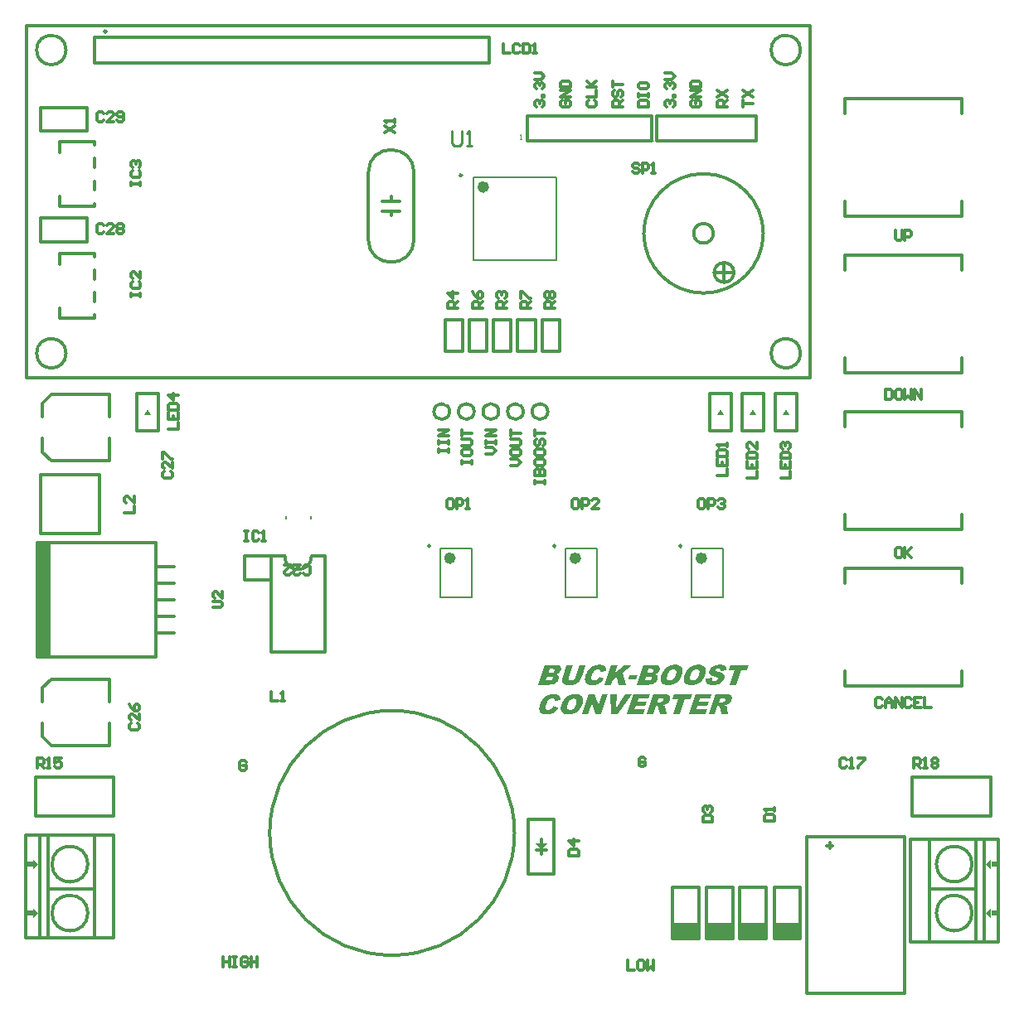
<source format=gto>
G04 Layer_Color=65535*
%FSTAX24Y24*%
%MOIN*%
G70*
G01*
G75*
%ADD27C,0.0098*%
%ADD52C,0.0236*%
%ADD53C,0.0118*%
%ADD54C,0.0079*%
%ADD55C,0.0100*%
%ADD56C,0.0039*%
%ADD57R,0.1063X0.0630*%
%ADD58R,0.0295X0.0197*%
%ADD59R,0.0518X0.4600*%
G36*
X048916Y018583D02*
X048502D01*
X048459Y018456D01*
X048842D01*
X048787Y018293D01*
X048403D01*
X048351Y018135D01*
X048776D01*
X048715Y017955D01*
X048042D01*
X048313Y018754D01*
X048975D01*
X048916Y018583D01*
D02*
G37*
G36*
X049573Y018752D02*
X049597Y018751D01*
X049625Y018749D01*
X049653Y018745D01*
X049679Y018741D01*
X049702Y018733D01*
X049705Y018732D01*
X049711Y018729D01*
X04972Y018725D01*
X049731Y018717D01*
X049743Y018707D01*
X049756Y018694D01*
X049766Y018679D01*
X049775Y01866D01*
X049777Y018657D01*
X049778Y018652D01*
X04978Y01864D01*
X049781Y018624D01*
X049783Y018605D01*
X04978Y018583D01*
X049775Y018558D01*
X049768Y018531D01*
X049766Y018528D01*
X049764Y018519D01*
X049758Y018507D01*
X04975Y018491D01*
X049742Y018474D01*
X049729Y018455D01*
X049715Y018434D01*
X049699Y018415D01*
X049698Y018414D01*
X049692Y018408D01*
X049682Y018399D01*
X04967Y018388D01*
X049656Y018376D01*
X049637Y018363D01*
X049618Y01835D01*
X049596Y018338D01*
X049594Y018337D01*
X049589Y018335D01*
X049581Y018331D01*
X04957Y018326D01*
X049555Y018322D01*
X049539Y018316D01*
X04952Y018312D01*
X049498Y018306D01*
X0495D01*
X049504Y018303D01*
X049511Y0183D01*
X04952Y018297D01*
X049538Y018287D01*
X049546Y018283D01*
X049552Y018277D01*
X049554Y018275D01*
X049557Y018273D01*
X049559Y018268D01*
X049562Y018262D01*
X049567Y018255D01*
X049571Y018246D01*
X049577Y018235D01*
X049578Y018233D01*
X04958Y018229D01*
X049583Y018223D01*
X049586Y018217D01*
X049592Y0182D01*
X049596Y018185D01*
X049638Y017955D01*
X049358D01*
X049309Y018198D01*
Y0182D01*
X049307Y018205D01*
X049304Y018214D01*
X049301Y018223D01*
X049294Y018243D01*
X04929Y018252D01*
X049284Y018259D01*
X049282Y018261D01*
X049279Y018262D01*
X049275Y018265D01*
X049269Y01827D01*
X049262Y018273D01*
X049253Y018275D01*
X049242Y018277D01*
X04923Y018278D01*
X049208D01*
X049099Y017955D01*
X048851D01*
X049122Y018754D01*
X049561D01*
X049573Y018752D01*
D02*
G37*
G36*
X050404Y019734D02*
X050152D01*
X049948Y019132D01*
X049701D01*
X049905Y019734D01*
X049653D01*
X04972Y019931D01*
X050471D01*
X050404Y019734D01*
D02*
G37*
G36*
X048134Y018557D02*
X047881D01*
X047677Y017955D01*
X047431D01*
X047635Y018557D01*
X047383D01*
X04745Y018754D01*
X048201D01*
X048134Y018557D01*
D02*
G37*
G36*
X045932Y019337D02*
X04561D01*
X04567Y019509D01*
X045992D01*
X045932Y019337D01*
D02*
G37*
G36*
X043745Y019454D02*
Y019453D01*
X043744Y019451D01*
X043741Y019442D01*
X043735Y019429D01*
X043728Y019412D01*
X043718Y01939D01*
X043706Y019368D01*
X043693Y019345D01*
X043677Y01932D01*
X043675Y019317D01*
X043669Y01931D01*
X043661Y019298D01*
X043648Y019283D01*
X043632Y019266D01*
X043614Y019247D01*
X043594Y019228D01*
X04357Y019211D01*
X043567Y019209D01*
X04356Y019203D01*
X043547Y019195D01*
X043532Y019184D01*
X043513Y019174D01*
X043493Y019164D01*
X043471Y019154D01*
X043449Y019145D01*
X043448D01*
X043445Y019144D01*
X04344Y019142D01*
X043435Y019141D01*
X043427Y019139D01*
X043419Y019136D01*
X043395Y019132D01*
X043369Y019127D01*
X043338Y019123D01*
X043303Y01912D01*
X043267Y019119D01*
X043245D01*
X043229Y01912D01*
X04321D01*
X04319Y019123D01*
X043166Y019125D01*
X043142Y019127D01*
X043139D01*
X043131Y019129D01*
X043118Y01913D01*
X043104Y019135D01*
X043088Y019138D01*
X04307Y019144D01*
X043054Y019151D01*
X043038Y019158D01*
X043037Y01916D01*
X043032Y019162D01*
X043025Y019168D01*
X043016Y019176D01*
X043006Y019186D01*
X042996Y019197D01*
X042986Y019211D01*
X042977Y019227D01*
X042975Y019228D01*
X042974Y019234D01*
X04297Y019244D01*
X042965Y019256D01*
X042961Y019269D01*
X042958Y019285D01*
X042955Y019302D01*
Y01932D01*
Y019321D01*
Y019323D01*
Y019327D01*
X042956Y019333D01*
Y019348D01*
X042959Y019365D01*
X042962Y019386D01*
X042967Y019409D01*
X042971Y019432D01*
X042978Y019454D01*
X04314Y019931D01*
X043387D01*
X04322Y019444D01*
X043219Y019441D01*
X043217Y019434D01*
X043215Y019421D01*
X043213Y019406D01*
X043212Y01939D01*
Y019374D01*
X043215Y019356D01*
X043222Y019342D01*
X043223Y01934D01*
X043226Y019336D01*
X043233Y01933D01*
X043242Y019324D01*
X043254Y019317D01*
X04327Y019311D01*
X043289Y019307D01*
X043311Y019305D01*
X043321D01*
X043334Y019307D01*
X043349Y01931D01*
X043366Y019314D01*
X043385Y01932D01*
X043404Y019329D01*
X043423Y01934D01*
X043426Y019342D01*
X043432Y019348D01*
X04344Y019355D01*
X043451Y019367D01*
X043462Y019381D01*
X043474Y0194D01*
X043486Y019421D01*
X043494Y019444D01*
X043661Y019931D01*
X043907D01*
X043745Y019454D01*
D02*
G37*
G36*
X047091Y018752D02*
X047116Y018751D01*
X047144Y018749D01*
X047171Y018745D01*
X047197Y018741D01*
X047221Y018733D01*
X047224Y018732D01*
X04723Y018729D01*
X047238Y018725D01*
X04725Y018717D01*
X047262Y018707D01*
X047275Y018694D01*
X047285Y018679D01*
X047294Y01866D01*
X047295Y018657D01*
X047297Y018652D01*
X047298Y01864D01*
X0473Y018624D01*
X047301Y018605D01*
X047298Y018583D01*
X047294Y018558D01*
X047286Y018531D01*
X047285Y018528D01*
X047282Y018519D01*
X047276Y018507D01*
X047269Y018491D01*
X04726Y018474D01*
X047247Y018455D01*
X047234Y018434D01*
X047218Y018415D01*
X047216Y018414D01*
X047211Y018408D01*
X0472Y018399D01*
X047189Y018388D01*
X047174Y018376D01*
X047155Y018363D01*
X047136Y01835D01*
X047114Y018338D01*
X047113Y018337D01*
X047107Y018335D01*
X0471Y018331D01*
X047088Y018326D01*
X047074Y018322D01*
X047058Y018316D01*
X047039Y018312D01*
X047017Y018306D01*
X047018D01*
X047023Y018303D01*
X04703Y0183D01*
X047039Y018297D01*
X047056Y018287D01*
X047065Y018283D01*
X047071Y018277D01*
X047072Y018275D01*
X047075Y018273D01*
X047078Y018268D01*
X047081Y018262D01*
X047085Y018255D01*
X04709Y018246D01*
X047095Y018235D01*
X047097Y018233D01*
X047098Y018229D01*
X047101Y018223D01*
X047104Y018217D01*
X04711Y0182D01*
X047114Y018185D01*
X047157Y017955D01*
X046877D01*
X046827Y018198D01*
Y0182D01*
X046826Y018205D01*
X046823Y018214D01*
X04682Y018223D01*
X046813Y018243D01*
X046808Y018252D01*
X046802Y018259D01*
X046801Y018261D01*
X046798Y018262D01*
X046794Y018265D01*
X046788Y01827D01*
X04678Y018273D01*
X046772Y018275D01*
X04676Y018277D01*
X046748Y018278D01*
X046727D01*
X046617Y017955D01*
X046369D01*
X046641Y018754D01*
X047079D01*
X047091Y018752D01*
D02*
G37*
G36*
X042637Y018765D02*
X04265D01*
X042663Y018764D01*
X042679Y018762D01*
X042697Y01876D01*
X042732Y018752D01*
X042768Y018741D01*
X042802Y018726D01*
X042816Y018716D01*
X042829Y018706D01*
X042831D01*
X042832Y018703D01*
X042835Y0187D01*
X04284Y018694D01*
X042844Y018688D01*
X04285Y018679D01*
X042856Y018671D01*
X042863Y018659D01*
X042869Y018647D01*
X042875Y018633D01*
X04288Y018618D01*
X042885Y018601D01*
X042889Y018582D01*
X042892Y018563D01*
X042895Y018541D01*
Y018517D01*
X042659Y018469D01*
Y018471D01*
Y018475D01*
Y018482D01*
Y01849D01*
X042657Y018507D01*
X042656Y018515D01*
X042653Y018522D01*
Y018523D01*
X042651Y018526D01*
X042649Y018532D01*
X042644Y018538D01*
X042634Y018552D01*
X042618Y018566D01*
X042616Y018567D01*
X042614Y018569D01*
X042608Y018571D01*
X0426Y018574D01*
X042592Y018577D01*
X042581Y018579D01*
X042568Y018582D01*
X042546D01*
X042541Y01858D01*
X042526Y018579D01*
X042506Y018573D01*
X042482Y018566D01*
X042456Y018552D01*
X04243Y018536D01*
X042417Y018525D01*
X042404Y018513D01*
X042401Y01851D01*
X042395Y018504D01*
X042386Y018491D01*
X042373Y018475D01*
X04236Y018453D01*
X042345Y018427D01*
X042331Y018395D01*
X042316Y018357D01*
Y018356D01*
X042315Y018351D01*
X042312Y018344D01*
X04231Y018335D01*
X042307Y018325D01*
X042303Y018312D01*
X042297Y018284D01*
X042291Y018255D01*
X042288Y018224D01*
X04229Y018197D01*
X042293Y018185D01*
X042296Y018175D01*
X042297Y018173D01*
X0423Y018168D01*
X042307Y01816D01*
X042316Y018152D01*
X042329Y018141D01*
X042347Y018134D01*
X042369Y018128D01*
X042393Y018127D01*
X042405D01*
X042418Y018128D01*
X042434Y018131D01*
X042453Y018137D01*
X042474Y018143D01*
X042494Y018153D01*
X042513Y018166D01*
X042516Y018168D01*
X042522Y018173D01*
X042532Y018182D01*
X042544Y018195D01*
X042558Y018211D01*
X042574Y018232D01*
X04259Y018255D01*
X042606Y018283D01*
X0428Y018216D01*
Y018214D01*
X042797Y018211D01*
X042794Y018207D01*
X042791Y018201D01*
X04278Y018184D01*
X042765Y018163D01*
X042748Y018138D01*
X042726Y018114D01*
X042704Y018089D01*
X042679Y018064D01*
X042676Y018061D01*
X042667Y018054D01*
X042654Y018044D01*
X042635Y018029D01*
X042614Y018014D01*
X042589Y018D01*
X042561Y017985D01*
X042532Y017972D01*
X04253D01*
X042529Y017971D01*
X042523Y017969D01*
X042517Y017968D01*
X04251Y017965D01*
X042501Y017962D01*
X042478Y017958D01*
X04245Y017952D01*
X042418Y017946D01*
X042383Y017943D01*
X042344Y017942D01*
X042322D01*
X042312Y017943D01*
X042299D01*
X042269Y017946D01*
X042237Y01795D01*
X042204Y017958D01*
X042172Y017966D01*
X042143Y017978D01*
X042141D01*
X04214Y017979D01*
X042131Y017985D01*
X042119Y017996D01*
X042105Y018009D01*
X042089Y018028D01*
X042073Y018049D01*
X042057Y018077D01*
X042045Y018111D01*
Y018112D01*
X042043Y018115D01*
Y018121D01*
X042042Y018128D01*
X042041Y018137D01*
X042039Y018149D01*
X042038Y018162D01*
Y018178D01*
Y018194D01*
X042039Y018213D01*
X042041Y018233D01*
X042043Y018255D01*
X042048Y018278D01*
X042052Y018303D01*
X042059Y018328D01*
X042068Y018356D01*
X04207Y018359D01*
X042071Y018364D01*
X042076Y018375D01*
X042081Y018388D01*
X042089Y018405D01*
X042097Y018424D01*
X042108Y018445D01*
X042119Y018468D01*
X042134Y018493D01*
X042148Y018517D01*
X042166Y018542D01*
X042185Y018569D01*
X042205Y018593D01*
X042227Y018617D01*
X04225Y01864D01*
X042277Y01866D01*
X042278Y018662D01*
X042284Y018665D01*
X042291Y018671D01*
X042302Y018676D01*
X042316Y018685D01*
X042332Y018694D01*
X042351Y018704D01*
X042373Y018714D01*
X042396Y018723D01*
X042421Y018733D01*
X042449Y018742D01*
X042478Y018751D01*
X04251Y018757D01*
X042542Y018762D01*
X042577Y018765D01*
X042612Y018767D01*
X042627D01*
X042637Y018765D01*
D02*
G37*
G36*
X045181Y017955D02*
X044914D01*
X044884Y018754D01*
X045142D01*
X045126Y018178D01*
X045499Y018754D01*
X04575D01*
X045181Y017955D01*
D02*
G37*
G36*
X044528D02*
X044295D01*
X044143Y018395D01*
X043994Y017955D01*
X043762D01*
X044034Y018754D01*
X044264D01*
X044416Y01831D01*
X044566Y018754D01*
X044799D01*
X044528Y017955D01*
D02*
G37*
G36*
X047529Y019943D02*
X047545Y019941D01*
X047564Y019938D01*
X047584Y019935D01*
X047606Y019931D01*
X047628Y019925D01*
X047651Y019918D01*
X047673Y019909D01*
X047695Y019899D01*
X047717Y019886D01*
X047736Y019871D01*
X047753Y019855D01*
X047768Y019836D01*
X047769Y019835D01*
X047771Y019832D01*
X047774Y019824D01*
X047778Y019817D01*
X047782Y019805D01*
X047787Y019792D01*
X047791Y019776D01*
X047796Y019759D01*
X047798Y019738D01*
X047801Y019717D01*
Y019692D01*
X0478Y019665D01*
X047797Y019636D01*
X047793Y019606D01*
X047784Y019572D01*
X047774Y019537D01*
Y019536D01*
X047772Y019531D01*
X047769Y019524D01*
X047765Y019514D01*
X047761Y019502D01*
X047755Y019488D01*
X047747Y019473D01*
X04774Y019456D01*
X047723Y019419D01*
X047701Y019381D01*
X047676Y019343D01*
X047648Y019307D01*
X047647Y019305D01*
X047645Y019302D01*
X047641Y019298D01*
X047635Y019292D01*
X047628Y019285D01*
X047618Y019276D01*
X047596Y019256D01*
X04757Y019234D01*
X047539Y019211D01*
X047502Y019189D01*
X047465Y019168D01*
X047463D01*
X04746Y019167D01*
X047454Y019164D01*
X047446Y019161D01*
X047435Y019157D01*
X047424Y019152D01*
X047411Y019148D01*
X047395Y019144D01*
X047379Y019139D01*
X04736Y019135D01*
X047319Y019126D01*
X047274Y01912D01*
X047225Y019119D01*
X047204D01*
X047192Y01912D01*
X047179Y019122D01*
X04715Y019125D01*
X047116Y019129D01*
X047081Y019136D01*
X047048Y019146D01*
X047017Y019161D01*
X047016D01*
X047014Y019162D01*
X047005Y01917D01*
X046992Y01918D01*
X046978Y019195D01*
X04696Y019212D01*
X046944Y019237D01*
X046931Y019265D01*
X046919Y019297D01*
Y019298D01*
X046918Y019301D01*
Y019307D01*
X046916Y019314D01*
X046915Y019323D01*
Y019333D01*
X046913Y019346D01*
Y019361D01*
Y019377D01*
X046915Y019394D01*
X046916Y019413D01*
X046919Y019435D01*
X046928Y01948D01*
X046935Y019504D01*
X046943Y01953D01*
X046944Y019533D01*
X046946Y019539D01*
X04695Y019549D01*
X046956Y019562D01*
X046963Y019578D01*
X046972Y019597D01*
X046982Y019619D01*
X046995Y019641D01*
X047008Y019665D01*
X047024Y01969D01*
X047042Y019715D01*
X047061Y019741D01*
X047081Y019766D01*
X047104Y019791D01*
X047129Y019813D01*
X047155Y019835D01*
X047157Y019836D01*
X047163Y019839D01*
X04717Y019845D01*
X047182Y019852D01*
X047195Y019859D01*
X047212Y01987D01*
X047231Y01988D01*
X047253Y01989D01*
X047277Y0199D01*
X047303Y019909D01*
X04733Y019919D01*
X047361Y019926D01*
X047393Y019934D01*
X047427Y01994D01*
X04746Y019943D01*
X047497Y019944D01*
X047516D01*
X047529Y019943D01*
D02*
G37*
G36*
X046722Y019929D02*
X046731D01*
X046743Y019928D01*
X046768Y019924D01*
X046794Y019916D01*
X04682Y019906D01*
X046843Y019891D01*
X046854Y019883D01*
X046862Y019873D01*
X046864Y01987D01*
X046868Y019862D01*
X046874Y019851D01*
X04688Y019833D01*
X046884Y019813D01*
X046886Y019789D01*
X046883Y019762D01*
X04688Y019747D01*
X046876Y019731D01*
Y01973D01*
X046874Y019728D01*
X046871Y019719D01*
X046865Y019706D01*
X046857Y01969D01*
X046845Y019671D01*
X04683Y019651D01*
X046813Y019631D01*
X046791Y01961D01*
X04679Y019609D01*
X046784Y019604D01*
X046775Y019598D01*
X046763Y019591D01*
X046747Y019582D01*
X04673Y019574D01*
X046709Y019565D01*
X046686Y019556D01*
X046687D01*
X046689Y019555D01*
X046699Y019552D01*
X046712Y019547D01*
X046728Y01954D01*
X046746Y01953D01*
X046762Y019517D01*
X046776Y019502D01*
X046788Y019485D01*
X04679Y019482D01*
X046791Y019476D01*
X046794Y019464D01*
X046797Y01945D01*
X046798Y019432D01*
X046797Y01941D01*
X046792Y019386D01*
X046785Y019358D01*
X046784Y019355D01*
X046781Y019348D01*
X046776Y019336D01*
X046769Y019321D01*
X04676Y019304D01*
X046749Y019285D01*
X046734Y019266D01*
X046718Y019247D01*
X046717Y019246D01*
X046711Y019238D01*
X046701Y01923D01*
X046687Y019219D01*
X046673Y019206D01*
X046655Y019193D01*
X046635Y01918D01*
X046613Y019168D01*
X046612D01*
X046606Y019165D01*
X046599Y019162D01*
X046587Y019158D01*
X046572Y019154D01*
X046555Y019149D01*
X046534Y019146D01*
X046511Y019142D01*
X046507D01*
X046502Y019141D01*
X046496D01*
X046482Y019139D01*
X046464Y019138D01*
X046444Y019135D01*
X046425Y019133D01*
X046409Y019132D01*
X04597D01*
X046241Y019931D01*
X046715D01*
X046722Y019929D01*
D02*
G37*
G36*
X042752D02*
X042761D01*
X042773Y019928D01*
X042798Y019924D01*
X042824Y019916D01*
X04285Y019906D01*
X042873Y019891D01*
X042884Y019883D01*
X042892Y019873D01*
X042894Y01987D01*
X042898Y019862D01*
X042904Y019851D01*
X04291Y019833D01*
X042914Y019813D01*
X042916Y019789D01*
X042913Y019762D01*
X04291Y019747D01*
X042905Y019731D01*
Y01973D01*
X042904Y019728D01*
X042901Y019719D01*
X042895Y019706D01*
X042886Y01969D01*
X042875Y019671D01*
X04286Y019651D01*
X042843Y019631D01*
X042821Y01961D01*
X042819Y019609D01*
X042814Y019604D01*
X042805Y019598D01*
X042793Y019591D01*
X042777Y019582D01*
X04276Y019574D01*
X042739Y019565D01*
X042716Y019556D01*
X042717D01*
X042719Y019555D01*
X042729Y019552D01*
X042742Y019547D01*
X042758Y01954D01*
X042776Y01953D01*
X042792Y019517D01*
X042806Y019502D01*
X042818Y019485D01*
X042819Y019482D01*
X042821Y019476D01*
X042824Y019464D01*
X042827Y01945D01*
X042828Y019432D01*
X042827Y01941D01*
X042822Y019386D01*
X042815Y019358D01*
X042814Y019355D01*
X042811Y019348D01*
X042806Y019336D01*
X042799Y019321D01*
X04279Y019304D01*
X042779Y019285D01*
X042764Y019266D01*
X042748Y019247D01*
X042747Y019246D01*
X042741Y019238D01*
X04273Y01923D01*
X042717Y019219D01*
X042703Y019206D01*
X042685Y019193D01*
X042665Y01918D01*
X042643Y019168D01*
X042642D01*
X042636Y019165D01*
X042628Y019162D01*
X042617Y019158D01*
X042602Y019154D01*
X042585Y019149D01*
X042564Y019146D01*
X042541Y019142D01*
X042537D01*
X042532Y019141D01*
X042526D01*
X042512Y019139D01*
X042494Y019138D01*
X042474Y019135D01*
X042455Y019133D01*
X042439Y019132D01*
X042D01*
X042271Y019931D01*
X042745D01*
X042752Y019929D01*
D02*
G37*
G36*
X048459Y019943D02*
X048475Y019941D01*
X048494Y019938D01*
X048514Y019935D01*
X048536Y019931D01*
X048558Y019925D01*
X048581Y019918D01*
X048603Y019909D01*
X048625Y019899D01*
X048647Y019886D01*
X048666Y019871D01*
X048683Y019855D01*
X048698Y019836D01*
X0487Y019835D01*
X048701Y019832D01*
X048704Y019824D01*
X048708Y019817D01*
X048713Y019805D01*
X048717Y019792D01*
X048721Y019776D01*
X048726Y019759D01*
X048729Y019738D01*
X048732Y019717D01*
Y019692D01*
X04873Y019665D01*
X048727Y019636D01*
X048723Y019606D01*
X048714Y019572D01*
X048704Y019537D01*
Y019536D01*
X048702Y019531D01*
X0487Y019524D01*
X048695Y019514D01*
X048691Y019502D01*
X048685Y019488D01*
X048678Y019473D01*
X04867Y019456D01*
X048653Y019419D01*
X048631Y019381D01*
X048606Y019343D01*
X048579Y019307D01*
X048577Y019305D01*
X048576Y019302D01*
X048571Y019298D01*
X048565Y019292D01*
X048558Y019285D01*
X048548Y019276D01*
X048526Y019256D01*
X0485Y019234D01*
X048469Y019211D01*
X048433Y019189D01*
X048395Y019168D01*
X048393D01*
X04839Y019167D01*
X048385Y019164D01*
X048376Y019161D01*
X048366Y019157D01*
X048354Y019152D01*
X048341Y019148D01*
X048325Y019144D01*
X048309Y019139D01*
X04829Y019135D01*
X048249Y019126D01*
X048204Y01912D01*
X048156Y019119D01*
X048134D01*
X048122Y01912D01*
X048109Y019122D01*
X04808Y019125D01*
X048046Y019129D01*
X048011Y019136D01*
X047978Y019146D01*
X047947Y019161D01*
X047946D01*
X047944Y019162D01*
X047936Y01917D01*
X047922Y01918D01*
X047908Y019195D01*
X04789Y019212D01*
X047874Y019237D01*
X047861Y019265D01*
X047849Y019297D01*
Y019298D01*
X047848Y019301D01*
Y019307D01*
X047847Y019314D01*
X047845Y019323D01*
Y019333D01*
X047844Y019346D01*
Y019361D01*
Y019377D01*
X047845Y019394D01*
X047847Y019413D01*
X047849Y019435D01*
X047858Y01948D01*
X047866Y019504D01*
X047873Y01953D01*
X047874Y019533D01*
X047876Y019539D01*
X04788Y019549D01*
X047886Y019562D01*
X047893Y019578D01*
X047902Y019597D01*
X047912Y019619D01*
X047925Y019641D01*
X047938Y019665D01*
X047954Y01969D01*
X047972Y019715D01*
X047991Y019741D01*
X048011Y019766D01*
X048035Y019791D01*
X048059Y019813D01*
X048086Y019835D01*
X048087Y019836D01*
X048093Y019839D01*
X0481Y019845D01*
X048112Y019852D01*
X048125Y019859D01*
X048143Y01987D01*
X048162Y01988D01*
X048183Y01989D01*
X048207Y0199D01*
X048233Y019909D01*
X048261Y019919D01*
X048291Y019926D01*
X048323Y019934D01*
X048357Y01994D01*
X04839Y019943D01*
X048427Y019944D01*
X048446D01*
X048459Y019943D01*
D02*
G37*
G36*
X042114Y012488D02*
X041878Y012764D01*
X04235D01*
X042114Y012488D01*
D02*
G37*
G36*
X060197Y01172D02*
X06Y011917D01*
X060197Y012114D01*
Y01172D01*
D02*
G37*
G36*
X02189Y011917D02*
X021693Y01172D01*
Y012114D01*
X02189Y011917D01*
D02*
G37*
G36*
X026412Y029998D02*
X026147D01*
X02628Y030215D01*
X026412Y029998D01*
D02*
G37*
G36*
X052082D02*
X051816D01*
X051949Y030215D01*
X052082Y029998D01*
D02*
G37*
G36*
X050763D02*
X050497D01*
X05063Y030215D01*
X050763Y029998D01*
D02*
G37*
G36*
X049444D02*
X049178D01*
X049311Y030215D01*
X049444Y029998D01*
D02*
G37*
G36*
X04538Y019629D02*
X045517Y019132D01*
X045212D01*
X045155Y019458D01*
X044982Y019326D01*
X044916Y019132D01*
X04467D01*
X044941Y019931D01*
X045187D01*
X045084Y019628D01*
X045445Y019931D01*
X045775D01*
X04538Y019629D01*
D02*
G37*
G36*
X04352Y018765D02*
X043536Y018764D01*
X043555Y018761D01*
X043576Y018758D01*
X043598Y018754D01*
X04362Y018748D01*
X043643Y018741D01*
X043665Y018732D01*
X043687Y018722D01*
X043708Y018708D01*
X043727Y018694D01*
X043745Y018678D01*
X04376Y018659D01*
X043761Y018657D01*
X043762Y018655D01*
X043765Y018647D01*
X04377Y01864D01*
X043774Y018628D01*
X043778Y018615D01*
X043783Y018599D01*
X043787Y018582D01*
X04379Y018561D01*
X043793Y018539D01*
Y018515D01*
X043792Y018488D01*
X043789Y018459D01*
X043784Y018429D01*
X043776Y018395D01*
X043765Y01836D01*
Y018359D01*
X043764Y018354D01*
X043761Y018347D01*
X043757Y018337D01*
X043752Y018325D01*
X043746Y01831D01*
X043739Y018296D01*
X043732Y018278D01*
X043714Y018242D01*
X043692Y018204D01*
X043668Y018166D01*
X04364Y01813D01*
X043639Y018128D01*
X043637Y018125D01*
X043633Y018121D01*
X043627Y018115D01*
X04362Y018108D01*
X043609Y018099D01*
X043587Y018079D01*
X043561Y018057D01*
X043531Y018033D01*
X043494Y018012D01*
X043456Y017991D01*
X043455D01*
X043452Y01799D01*
X043446Y017987D01*
X043437Y017984D01*
X043427Y017979D01*
X043415Y017975D01*
X043402Y017971D01*
X043386Y017966D01*
X04337Y017962D01*
X043351Y017958D01*
X04331Y017949D01*
X043265Y017943D01*
X043217Y017942D01*
X043195D01*
X043184Y017943D01*
X04317Y017944D01*
X043141Y017947D01*
X043108Y017952D01*
X043073Y017959D01*
X043039Y017969D01*
X043009Y017984D01*
X043007D01*
X043006Y017985D01*
X042997Y017993D01*
X042984Y018003D01*
X042969Y018017D01*
X042952Y018035D01*
X042936Y01806D01*
X042923Y018087D01*
X042911Y018119D01*
Y018121D01*
X042909Y018124D01*
Y01813D01*
X042908Y018137D01*
X042907Y018146D01*
Y018156D01*
X042905Y018169D01*
Y018184D01*
Y0182D01*
X042907Y018217D01*
X042908Y018236D01*
X042911Y018258D01*
X04292Y018303D01*
X042927Y018326D01*
X042934Y018353D01*
X042936Y018356D01*
X042937Y018361D01*
X042942Y018372D01*
X042947Y018385D01*
X042955Y018401D01*
X042963Y01842D01*
X042974Y018442D01*
X042987Y018464D01*
X043Y018488D01*
X043016Y018513D01*
X043033Y018538D01*
X043052Y018564D01*
X043073Y018589D01*
X043096Y018614D01*
X043121Y018636D01*
X043147Y018657D01*
X043149Y018659D01*
X043154Y018662D01*
X043162Y018668D01*
X043173Y018675D01*
X043187Y018682D01*
X043204Y018692D01*
X043223Y018703D01*
X043245Y018713D01*
X043268Y018723D01*
X043294Y018732D01*
X043322Y018742D01*
X043353Y018749D01*
X043385Y018757D01*
X043418Y018762D01*
X043452Y018765D01*
X043488Y018767D01*
X043507D01*
X04352Y018765D01*
D02*
G37*
G36*
X046435Y018583D02*
X046021D01*
X045977Y018456D01*
X046361D01*
X046305Y018293D01*
X045922D01*
X045869Y018135D01*
X046295D01*
X046234Y017955D01*
X04556D01*
X045831Y018754D01*
X046493D01*
X046435Y018583D01*
D02*
G37*
G36*
X044474Y019943D02*
X044487D01*
X0445Y019941D01*
X044517Y01994D01*
X044534Y019937D01*
X044569Y019929D01*
X044605Y019918D01*
X044639Y019903D01*
X044654Y019893D01*
X044667Y019883D01*
X044668D01*
X04467Y01988D01*
X044673Y019877D01*
X044677Y019871D01*
X044681Y019865D01*
X044687Y019856D01*
X044693Y019848D01*
X0447Y019836D01*
X044706Y019824D01*
X044712Y01981D01*
X044718Y019795D01*
X044722Y019778D01*
X044726Y019759D01*
X044729Y01974D01*
X044732Y019718D01*
Y019695D01*
X044496Y019647D01*
Y019648D01*
Y019652D01*
Y01966D01*
Y019667D01*
X044495Y019684D01*
X044493Y019692D01*
X04449Y019699D01*
Y0197D01*
X044489Y019703D01*
X044486Y019709D01*
X044482Y019715D01*
X044471Y01973D01*
X044455Y019743D01*
X044454Y019744D01*
X044451Y019746D01*
X044445Y019749D01*
X044438Y019752D01*
X044429Y019754D01*
X044419Y019756D01*
X044406Y019759D01*
X044384D01*
X044378Y019757D01*
X044363Y019756D01*
X044343Y01975D01*
X04432Y019743D01*
X044293Y01973D01*
X044267Y019714D01*
X044254Y019702D01*
X044241Y01969D01*
X044238Y019687D01*
X044232Y019682D01*
X044223Y019668D01*
X04421Y019652D01*
X044197Y019631D01*
X044183Y019604D01*
X044168Y019572D01*
X044153Y019534D01*
Y019533D01*
X044152Y019528D01*
X044149Y019521D01*
X044148Y019512D01*
X044145Y019502D01*
X04414Y019489D01*
X044135Y019461D01*
X044129Y019432D01*
X044126Y019402D01*
X044127Y019374D01*
X04413Y019362D01*
X044133Y019352D01*
X044135Y019351D01*
X044137Y019345D01*
X044145Y019337D01*
X044153Y019329D01*
X044167Y019318D01*
X044184Y019311D01*
X044206Y019305D01*
X044231Y019304D01*
X044242D01*
X044256Y019305D01*
X044272Y019308D01*
X044291Y019314D01*
X044311Y01932D01*
X044331Y01933D01*
X04435Y019343D01*
X044353Y019345D01*
X044359Y019351D01*
X044369Y019359D01*
X044381Y019372D01*
X044395Y019388D01*
X044412Y019409D01*
X044428Y019432D01*
X044444Y01946D01*
X044638Y019393D01*
Y019391D01*
X044635Y019388D01*
X044632Y019384D01*
X044629Y019378D01*
X044617Y019361D01*
X044603Y01934D01*
X044585Y019316D01*
X044563Y019291D01*
X044541Y019266D01*
X044517Y019241D01*
X044514Y019238D01*
X044505Y019231D01*
X044492Y019221D01*
X044473Y019206D01*
X044451Y019192D01*
X044426Y019177D01*
X044398Y019162D01*
X044369Y019149D01*
X044368D01*
X044366Y019148D01*
X04436Y019146D01*
X044355Y019145D01*
X044347Y019142D01*
X044339Y019139D01*
X044315Y019135D01*
X044288Y019129D01*
X044256Y019123D01*
X044221Y01912D01*
X044181Y019119D01*
X044159D01*
X044149Y01912D01*
X044136D01*
X044107Y019123D01*
X044075Y019127D01*
X044041Y019135D01*
X044009Y019144D01*
X04398Y019155D01*
X043979D01*
X043977Y019157D01*
X043968Y019162D01*
X043957Y019173D01*
X043942Y019186D01*
X043926Y019205D01*
X04391Y019227D01*
X043894Y019254D01*
X043882Y019288D01*
Y019289D01*
X043881Y019292D01*
Y019298D01*
X043879Y019305D01*
X043878Y019314D01*
X043876Y019326D01*
X043875Y019339D01*
Y019355D01*
Y019371D01*
X043876Y01939D01*
X043878Y01941D01*
X043881Y019432D01*
X043885Y019456D01*
X04389Y01948D01*
X043897Y019505D01*
X043906Y019533D01*
X043907Y019536D01*
X043909Y019542D01*
X043913Y019552D01*
X043919Y019565D01*
X043926Y019582D01*
X043935Y019601D01*
X043945Y019622D01*
X043957Y019645D01*
X043971Y01967D01*
X043986Y019695D01*
X044003Y019719D01*
X044022Y019746D01*
X044043Y01977D01*
X044065Y019794D01*
X044088Y019817D01*
X044114Y019838D01*
X044116Y019839D01*
X044121Y019842D01*
X044129Y019848D01*
X044139Y019854D01*
X044153Y019862D01*
X04417Y019871D01*
X044188Y019881D01*
X04421Y019891D01*
X044234Y0199D01*
X044258Y01991D01*
X044286Y019919D01*
X044315Y019928D01*
X044347Y019934D01*
X044379Y01994D01*
X044414Y019943D01*
X044449Y019944D01*
X044464D01*
X044474Y019943D01*
D02*
G37*
G36*
X02189Y009949D02*
X021693Y009752D01*
Y010146D01*
X02189Y009949D01*
D02*
G37*
G36*
X060197Y009752D02*
X06Y009949D01*
X060197Y010146D01*
Y009752D01*
D02*
G37*
G36*
X049326Y019943D02*
X04934D01*
X049353Y019941D01*
X049386Y019937D01*
X049421Y019929D01*
X049456Y019919D01*
X04949Y019905D01*
X049503Y019896D01*
X049516Y019886D01*
X049519Y019883D01*
X049525Y019875D01*
X049533Y019861D01*
X049544Y019842D01*
X049548Y01983D01*
X049551Y019817D01*
X049554Y019801D01*
X049555Y019785D01*
X049557Y019768D01*
X049555Y019749D01*
X049554Y019727D01*
X04955Y019705D01*
X049312Y019692D01*
Y019695D01*
X049313Y0197D01*
Y019711D01*
Y019722D01*
X049312Y019734D01*
X04931Y019747D01*
X049306Y01976D01*
X049299Y01977D01*
X049297Y019772D01*
X049294Y019775D01*
X04929Y019778D01*
X049283Y019784D01*
X049272Y019788D01*
X049259Y019791D01*
X049245Y019794D01*
X049226Y019795D01*
X049219D01*
X049211Y019794D01*
X049201Y019792D01*
X049179Y019788D01*
X049168Y019782D01*
X049156Y019776D01*
X049154Y019775D01*
X049151Y019773D01*
X049147Y019769D01*
X049141Y019765D01*
X049128Y01975D01*
X049124Y019741D01*
X049119Y019733D01*
Y019731D01*
X049118Y01973D01*
Y019721D01*
X049119Y019709D01*
X049121Y019703D01*
X049125Y019698D01*
X049128Y019695D01*
X049133Y019692D01*
X049138Y019687D01*
X049149Y019683D01*
X049162Y019679D01*
X049178Y019673D01*
X049198Y019668D01*
X0492D01*
X049205Y019667D01*
X049213Y019665D01*
X049223Y019663D01*
X049235Y01966D01*
X049249Y019655D01*
X04928Y019647D01*
X049315Y019636D01*
X049348Y019623D01*
X049364Y019617D01*
X04938Y01961D01*
X049394Y019604D01*
X049405Y019597D01*
X049408Y019596D01*
X049414Y019591D01*
X049424Y019584D01*
X049436Y019574D01*
X049449Y019561D01*
X049461Y019546D01*
X049469Y019528D01*
X049477Y019509D01*
Y019507D01*
X049478Y019501D01*
X04948Y019489D01*
X049481Y019474D01*
Y019457D01*
X04948Y019438D01*
X049477Y019415D01*
X049469Y019391D01*
Y01939D01*
X049468Y019388D01*
X049466Y019384D01*
X049465Y019378D01*
X049458Y019364D01*
X049449Y019345D01*
X049436Y019323D01*
X04942Y019298D01*
X049401Y019273D01*
X049379Y019248D01*
X049376Y019246D01*
X049367Y019238D01*
X049354Y019227D01*
X049335Y019212D01*
X049313Y019196D01*
X049287Y01918D01*
X049258Y019165D01*
X049226Y019151D01*
X049224D01*
X049221Y019149D01*
X049217Y019148D01*
X04921Y019146D01*
X049203Y019144D01*
X049192Y019141D01*
X049181Y019138D01*
X049168Y019135D01*
X049137Y019129D01*
X049103Y019123D01*
X049064Y01912D01*
X049022Y019119D01*
X049003D01*
X04899Y01912D01*
X048972Y019122D01*
X048955Y019123D01*
X048934Y019125D01*
X048914Y019129D01*
X04887Y019138D01*
X048848Y019144D01*
X048828Y019151D01*
X048809Y01916D01*
X048791Y019171D01*
X048777Y019183D01*
X048765Y019196D01*
Y019197D01*
X048764Y0192D01*
X048761Y019205D01*
X048758Y019211D01*
X048755Y019218D01*
X048751Y019227D01*
X048748Y019238D01*
X048743Y01925D01*
X048737Y019279D01*
X048734Y019314D01*
X048736Y019333D01*
X048737Y019352D01*
X04874Y019374D01*
X048745Y019396D01*
X048985Y019412D01*
Y019409D01*
X048984Y019402D01*
X048982Y019391D01*
X048981Y01938D01*
Y019365D01*
Y019351D01*
X048982Y019336D01*
X048987Y019324D01*
X048988Y019323D01*
X048991Y019317D01*
X048997Y01931D01*
X049007Y019301D01*
X049019Y019291D01*
X049035Y019283D01*
X049055Y019278D01*
X049079Y019276D01*
X049087D01*
X049098Y019278D01*
X049111Y019279D01*
X049124Y019282D01*
X04914Y019286D01*
X049154Y019292D01*
X049169Y0193D01*
X04917Y019301D01*
X049175Y019304D01*
X049182Y01931D01*
X049189Y019316D01*
X049198Y019324D01*
X049205Y019335D01*
X049213Y019346D01*
X049217Y019358D01*
Y019359D01*
X049219Y019364D01*
X04922Y01937D01*
Y019377D01*
Y019386D01*
X049219Y019394D01*
X049216Y019405D01*
X04921Y019413D01*
X049208Y019415D01*
X049205Y019418D01*
X0492Y019422D01*
X049189Y019428D01*
X049175Y019435D01*
X049154Y019444D01*
X049143Y019448D01*
X04913Y019451D01*
X049115Y019456D01*
X049099Y01946D01*
X049098D01*
X049093Y019461D01*
X049084Y019464D01*
X049074Y019466D01*
X049063Y01947D01*
X049049Y019474D01*
X049017Y019485D01*
X048984Y019499D01*
X048952Y019515D01*
X048936Y019524D01*
X048923Y019534D01*
X048909Y019544D01*
X048899Y019556D01*
X048898Y019559D01*
X048892Y019566D01*
X048886Y019579D01*
X048879Y019598D01*
X048874Y01962D01*
X048872Y019647D01*
Y019661D01*
X048874Y019676D01*
X048877Y019692D01*
X048882Y019709D01*
Y019711D01*
X048883Y019712D01*
X048886Y019719D01*
X048892Y019733D01*
X048899Y019747D01*
X048909Y019765D01*
X048923Y019785D01*
X048939Y019805D01*
X048958Y019826D01*
X04896Y019829D01*
X048968Y019835D01*
X048979Y019845D01*
X048995Y019858D01*
X049014Y019871D01*
X049038Y019886D01*
X049064Y019899D01*
X049093Y019912D01*
X049095D01*
X049098Y019913D01*
X049102Y019915D01*
X049108Y019916D01*
X049117Y019919D01*
X049127Y019922D01*
X049137Y019925D01*
X04915Y019928D01*
X049165Y019931D01*
X049181Y019934D01*
X049216Y01994D01*
X049256Y019943D01*
X049302Y019944D01*
X049316D01*
X049326Y019943D01*
D02*
G37*
%LPC*%
G36*
X043424Y01858D02*
X043417D01*
X043411Y018579D01*
X043398Y018577D01*
X043379Y018573D01*
X043357Y018567D01*
X043334Y018557D01*
X04331Y018544D01*
X043286Y018526D01*
X043283Y018523D01*
X043275Y018516D01*
X043264Y018503D01*
X043249Y018485D01*
X04324Y018474D01*
X043233Y018461D01*
X043224Y018446D01*
X043216Y018431D01*
X043205Y018414D01*
X043197Y018395D01*
X043189Y018375D01*
X043181Y018353D01*
Y018351D01*
X043179Y018347D01*
X043178Y018341D01*
X043175Y018334D01*
X043172Y018324D01*
X043169Y018312D01*
X043163Y018286D01*
X04316Y018258D01*
X043157Y018229D01*
X04316Y018201D01*
X043163Y018189D01*
X043168Y018179D01*
X043169Y018176D01*
X043173Y01817D01*
X043181Y018163D01*
X043191Y018153D01*
X043205Y018143D01*
X043223Y018135D01*
X043246Y01813D01*
X043273Y018127D01*
X04328D01*
X043286Y018128D01*
X043302Y01813D01*
X043321Y018133D01*
X043343Y01814D01*
X043366Y018149D01*
X043391Y01816D01*
X043414Y018178D01*
X043417Y018181D01*
X043424Y018188D01*
X04343Y018194D01*
X043436Y018201D01*
X043443Y01821D01*
X04345Y01822D01*
X043458Y018232D01*
X043466Y018245D01*
X043475Y018261D01*
X043485Y018277D01*
X043494Y018296D01*
X043503Y018316D01*
X043512Y018338D01*
X04352Y018363D01*
Y018364D01*
X043522Y018367D01*
X043523Y018373D01*
X043526Y018382D01*
X043528Y018391D01*
X043531Y018401D01*
X043536Y018426D01*
X043539Y018452D01*
X043541Y01848D01*
X043538Y018506D01*
X043535Y018517D01*
X043531Y018528D01*
X043529Y018531D01*
X043525Y018536D01*
X043517Y018544D01*
X043507Y018554D01*
X043493Y018564D01*
X043474Y018571D01*
X043452Y018577D01*
X043424Y01858D01*
D02*
G37*
G36*
X048363Y019757D02*
X048355D01*
X04835Y019756D01*
X048336Y019754D01*
X048318Y01975D01*
X048296Y019744D01*
X048272Y019734D01*
X048249Y019721D01*
X048224Y019703D01*
X048221Y0197D01*
X048214Y019693D01*
X048202Y01968D01*
X048188Y019663D01*
X048179Y019651D01*
X048172Y019638D01*
X048163Y019623D01*
X048154Y019609D01*
X048144Y019591D01*
X048135Y019572D01*
X048128Y019552D01*
X048119Y01953D01*
Y019528D01*
X048118Y019524D01*
X048116Y019518D01*
X048113Y019511D01*
X04811Y019501D01*
X048108Y019489D01*
X048102Y019463D01*
X048099Y019435D01*
X048096Y019406D01*
X048099Y019378D01*
X048102Y019367D01*
X048106Y019356D01*
X048108Y019353D01*
X048112Y019348D01*
X048119Y01934D01*
X048129Y01933D01*
X048144Y01932D01*
X048162Y019313D01*
X048185Y019307D01*
X048211Y019304D01*
X048218D01*
X048224Y019305D01*
X04824Y019307D01*
X048259Y01931D01*
X048281Y019317D01*
X048304Y019326D01*
X048329Y019337D01*
X048353Y019355D01*
X048355Y019358D01*
X048363Y019365D01*
X048369Y019371D01*
X048374Y019378D01*
X048382Y019387D01*
X048389Y019397D01*
X048396Y019409D01*
X048405Y019422D01*
X048414Y019438D01*
X048424Y019454D01*
X048433Y019473D01*
X048441Y019493D01*
X04845Y019515D01*
X048459Y01954D01*
Y019542D01*
X04846Y019544D01*
X048462Y01955D01*
X048465Y019559D01*
X048466Y019568D01*
X048469Y019578D01*
X048475Y019603D01*
X048478Y019629D01*
X048479Y019657D01*
X048476Y019683D01*
X048474Y019695D01*
X048469Y019705D01*
X048468Y019708D01*
X048463Y019714D01*
X048456Y019721D01*
X048446Y019731D01*
X048431Y019741D01*
X048412Y019749D01*
X04839Y019754D01*
X048363Y019757D01*
D02*
G37*
G36*
X047433D02*
X047425D01*
X047419Y019756D01*
X047406Y019754D01*
X047387Y01975D01*
X047365Y019744D01*
X047342Y019734D01*
X047319Y019721D01*
X047294Y019703D01*
X047291Y0197D01*
X047284Y019693D01*
X047272Y01968D01*
X047258Y019663D01*
X047249Y019651D01*
X047242Y019638D01*
X047233Y019623D01*
X047224Y019609D01*
X047214Y019591D01*
X047205Y019572D01*
X047198Y019552D01*
X047189Y01953D01*
Y019528D01*
X047188Y019524D01*
X047186Y019518D01*
X047183Y019511D01*
X04718Y019501D01*
X047177Y019489D01*
X047172Y019463D01*
X047169Y019435D01*
X047166Y019406D01*
X047169Y019378D01*
X047172Y019367D01*
X047176Y019356D01*
X047177Y019353D01*
X047182Y019348D01*
X047189Y01934D01*
X047199Y01933D01*
X047214Y01932D01*
X047231Y019313D01*
X047255Y019307D01*
X047281Y019304D01*
X047288D01*
X047294Y019305D01*
X04731Y019307D01*
X047329Y01931D01*
X047351Y019317D01*
X047374Y019326D01*
X047399Y019337D01*
X047422Y019355D01*
X047425Y019358D01*
X047433Y019365D01*
X047438Y019371D01*
X047444Y019378D01*
X047451Y019387D01*
X047459Y019397D01*
X047466Y019409D01*
X047475Y019422D01*
X047484Y019438D01*
X047494Y019454D01*
X047502Y019473D01*
X047511Y019493D01*
X04752Y019515D01*
X047529Y01954D01*
Y019542D01*
X04753Y019544D01*
X047532Y01955D01*
X047535Y019559D01*
X047536Y019568D01*
X047539Y019578D01*
X047545Y019603D01*
X047548Y019629D01*
X047549Y019657D01*
X047546Y019683D01*
X047543Y019695D01*
X047539Y019705D01*
X047537Y019708D01*
X047533Y019714D01*
X047526Y019721D01*
X047516Y019731D01*
X047501Y019741D01*
X047482Y019749D01*
X04746Y019754D01*
X047433Y019757D01*
D02*
G37*
G36*
X046545Y019769D02*
X046435D01*
X046384Y019617D01*
X046502D01*
X046513Y019619D01*
X046526Y01962D01*
X046553Y019626D01*
X046568Y019631D01*
X04658Y019636D01*
X046581Y019638D01*
X046584Y019641D01*
X04659Y019645D01*
X046596Y019651D01*
X046603Y01966D01*
X04661Y01967D01*
X046616Y019682D01*
X046622Y019695D01*
Y019696D01*
X046623Y0197D01*
X046625Y019706D01*
X046626Y019715D01*
Y019724D01*
X046625Y019733D01*
X046622Y019741D01*
X046617Y019749D01*
X046616Y01975D01*
X046615Y019752D01*
X046609Y019754D01*
X046603Y019759D01*
X046593Y019763D01*
X04658Y019766D01*
X046564Y019768D01*
X046545Y019769D01*
D02*
G37*
G36*
X042574D02*
X042465D01*
X042414Y019617D01*
X042532D01*
X042542Y019619D01*
X042555Y01962D01*
X042583Y019626D01*
X042598Y019631D01*
X042609Y019636D01*
X042611Y019638D01*
X042614Y019641D01*
X04262Y019645D01*
X042625Y019651D01*
X042633Y01966D01*
X04264Y01967D01*
X042646Y019682D01*
X042652Y019695D01*
Y019696D01*
X042653Y0197D01*
X042655Y019706D01*
X042656Y019715D01*
Y019724D01*
X042655Y019733D01*
X042652Y019741D01*
X042647Y019749D01*
X042646Y01975D01*
X042644Y019752D01*
X042639Y019754D01*
X042633Y019759D01*
X042623Y019763D01*
X042609Y019766D01*
X042593Y019768D01*
X042574Y019769D01*
D02*
G37*
G36*
X049424Y018592D02*
X049314D01*
X049259Y01843D01*
X049373D01*
X04938Y018431D01*
X049389Y018433D01*
X049401Y018434D01*
X049417Y018437D01*
X049434Y01844D01*
X049436D01*
X049438Y018442D01*
X049444Y018443D01*
X04945Y018445D01*
X049466Y018452D01*
X049473Y018458D01*
X049482Y018465D01*
X049484Y018466D01*
X049485Y018469D01*
X049489Y018472D01*
X049494Y018478D01*
X049504Y018493D01*
X049513Y018512D01*
Y018513D01*
X049514Y018517D01*
X049516Y018525D01*
X049517Y018534D01*
Y018542D01*
Y018552D01*
X049514Y018561D01*
X049508Y01857D01*
X049507Y018571D01*
X049504Y018573D01*
X0495Y018577D01*
X049491Y018582D01*
X049481Y018585D01*
X049466Y018589D01*
X049447Y01859D01*
X049424Y018592D01*
D02*
G37*
G36*
X046942D02*
X046833D01*
X046778Y01843D01*
X046891D01*
X046899Y018431D01*
X046907Y018433D01*
X046919Y018434D01*
X046935Y018437D01*
X046953Y01844D01*
X046954D01*
X046957Y018442D01*
X046963Y018443D01*
X046969Y018445D01*
X046985Y018452D01*
X046992Y018458D01*
X047001Y018465D01*
X047002Y018466D01*
X047004Y018469D01*
X047008Y018472D01*
X047012Y018478D01*
X047023Y018493D01*
X047031Y018512D01*
Y018513D01*
X047033Y018517D01*
X047034Y018525D01*
X047036Y018534D01*
Y018542D01*
Y018552D01*
X047033Y018561D01*
X047027Y01857D01*
X047025Y018571D01*
X047023Y018573D01*
X047018Y018577D01*
X047009Y018582D01*
X046999Y018585D01*
X046985Y018589D01*
X046966Y01859D01*
X046942Y018592D01*
D02*
G37*
G36*
X046457Y019466D02*
X046332D01*
X046278Y019304D01*
X046413D01*
X046425Y019305D01*
X04644Y019307D01*
X046456Y01931D01*
X046472Y019313D01*
X046488Y019318D01*
X046501Y019326D01*
X046502Y019327D01*
X046507Y01933D01*
X046513Y019335D01*
X04652Y019342D01*
X046527Y019351D01*
X046534Y019362D01*
X046542Y019374D01*
X046547Y019387D01*
Y019388D01*
X046549Y019393D01*
X04655Y019399D01*
Y019407D01*
Y019416D01*
X046549Y019426D01*
X046546Y019435D01*
X04654Y019444D01*
X046539Y019445D01*
X046536Y019447D01*
X046531Y019451D01*
X046523Y019456D01*
X046513Y019458D01*
X046498Y019463D01*
X046479Y019464D01*
X046457Y019466D01*
D02*
G37*
G36*
X042487D02*
X042362D01*
X042308Y019304D01*
X042443D01*
X042455Y019305D01*
X042469Y019307D01*
X042486Y01931D01*
X042502Y019313D01*
X042518Y019318D01*
X042531Y019326D01*
X042532Y019327D01*
X042537Y01933D01*
X042542Y019335D01*
X04255Y019342D01*
X042557Y019351D01*
X042564Y019362D01*
X042572Y019374D01*
X042577Y019387D01*
Y019388D01*
X042579Y019393D01*
X04258Y019399D01*
Y019407D01*
Y019416D01*
X042579Y019426D01*
X042576Y019435D01*
X04257Y019444D01*
X042569Y019445D01*
X042566Y019447D01*
X042561Y019451D01*
X042553Y019456D01*
X042542Y019458D01*
X042528Y019463D01*
X042509Y019464D01*
X042487Y019466D01*
D02*
G37*
%LPD*%
D27*
X037657Y02472D02*
G03*
X037657Y02472I-000049J0D01*
G01*
X042699D02*
G03*
X042699Y02472I-000049J0D01*
G01*
X047764Y02472D02*
G03*
X047764Y02472I-000049J0D01*
G01*
X038927Y039634D02*
G03*
X038927Y039634I-000049J0D01*
G01*
D52*
X038563Y024226D02*
G03*
X038563Y024226I-000118J0D01*
G01*
X043604D02*
G03*
X043604Y024226I-000118J0D01*
G01*
X048669Y024226D02*
G03*
X048669Y024226I-000118J0D01*
G01*
X039902Y039161D02*
G03*
X039902Y039161I-000118J0D01*
G01*
D53*
X024626Y045421D02*
G03*
X024626Y045421I-000039J0D01*
G01*
X023012Y044673D02*
G03*
X023012Y044673I-000591J0D01*
G01*
X052539D02*
G03*
X052539Y044673I-000591J0D01*
G01*
X052539Y032469D02*
G03*
X052539Y032469I-000591J0D01*
G01*
X023012D02*
G03*
X023012Y032469I-000591J0D01*
G01*
X049035Y037295D02*
G03*
X049035Y037295I-000394J0D01*
G01*
X051043D02*
G03*
X051043Y037295I-002402J0D01*
G01*
X049862Y03572D02*
G03*
X049862Y03572I-000394J0D01*
G01*
X035165Y037051D02*
G03*
X037Y037051I000917J0D01*
G01*
Y039744D02*
G03*
X035165Y039744I-000917J0D01*
G01*
X041043Y013171D02*
G03*
X041043Y013171I-004921J0D01*
G01*
X059437Y011917D02*
G03*
X059437Y011917I-000717J0D01*
G01*
Y009949D02*
G03*
X059437Y009949I-000717J0D01*
G01*
X023886D02*
G03*
X023886Y009949I-000717J0D01*
G01*
Y011917D02*
G03*
X023886Y011917I-000717J0D01*
G01*
X041395Y030126D02*
G03*
X041395Y030126I-000315J0D01*
G01*
X038433D02*
G03*
X038433Y030126I-000315J0D01*
G01*
X03942D02*
G03*
X03942Y030126I-000315J0D01*
G01*
X040407D02*
G03*
X040407Y030126I-000315J0D01*
G01*
X042382D02*
G03*
X042382Y030126I-000315J0D01*
G01*
X031806Y024315D02*
G03*
X032885Y024315I000539J0D01*
G01*
X048878Y030854D02*
X049744D01*
Y029354D02*
Y030854D01*
X048878Y029354D02*
X049744D01*
X048878D02*
Y030854D01*
X042114Y012764D02*
Y012921D01*
X041917Y012488D02*
X042311D01*
X042114Y012331D02*
Y012449D01*
X041602Y011504D02*
X042626D01*
Y013709D01*
X041602Y011504D02*
Y013709D01*
X042626D01*
X024154Y044161D02*
Y045185D01*
Y044161D02*
X04002D01*
Y045185D01*
X024154D02*
X04002D01*
X021437Y031484D02*
X052933D01*
X021437Y045657D02*
X052933D01*
X021437Y031484D02*
Y045657D01*
X052933Y031484D02*
Y045657D01*
X021791Y013852D02*
Y015427D01*
Y013852D02*
X024941D01*
Y015427D01*
X021791D02*
X024941D01*
X022421Y016681D02*
X024744D01*
X022067Y017035D02*
X022421Y016681D01*
Y019358D02*
X024744D01*
X022067Y019004D02*
X022421Y019358D01*
X024744Y018453D02*
Y019358D01*
Y016681D02*
Y017587D01*
X022067Y018453D02*
Y019004D01*
Y017035D02*
Y017587D01*
X051516Y029354D02*
Y030854D01*
Y029354D02*
X052382D01*
Y030854D01*
X051516D02*
X052382D01*
X050197Y029354D02*
Y030854D01*
Y029354D02*
X051063D01*
Y030854D01*
X050197D02*
X051063D01*
X042854Y032543D02*
Y033827D01*
X042146D02*
X042854D01*
X042146Y032543D02*
Y033827D01*
Y032543D02*
X042854D01*
X04188D02*
Y033827D01*
X041171D02*
X04188D01*
X041171Y032543D02*
Y033827D01*
Y032543D02*
X04188D01*
X040906D02*
Y033827D01*
X040197D02*
X040906D01*
X040197Y032543D02*
Y033827D01*
Y032543D02*
X040906D01*
X039931D02*
Y033827D01*
X039222D02*
X039931D01*
X039222Y032543D02*
Y033827D01*
Y032543D02*
X039931D01*
X038957D02*
Y033827D01*
X038248D02*
X038957D01*
X038248Y032543D02*
Y033827D01*
Y032543D02*
X038957D01*
X049468Y035327D02*
Y036114D01*
X049075Y03572D02*
X049862D01*
X036083Y038594D02*
Y038791D01*
Y038004D02*
Y038201D01*
X037Y037051D02*
Y039744D01*
X035165Y037051D02*
Y039744D01*
X035728Y038594D02*
X036437D01*
X035728Y038201D02*
X036437D01*
X024162Y034555D02*
Y034909D01*
Y036366D02*
Y036484D01*
X022745D02*
X024162D01*
X022745Y036051D02*
Y036484D01*
X024162Y033886D02*
Y034004D01*
X022745Y033886D02*
X024162D01*
X022745D02*
Y03428D01*
X024162Y035461D02*
Y035815D01*
X021976Y036957D02*
Y037902D01*
Y036957D02*
X023866D01*
Y037902D01*
X021976D02*
X023866D01*
X024162Y039043D02*
Y039398D01*
Y040854D02*
Y040972D01*
X022745D02*
X024162D01*
X022745Y040539D02*
Y040972D01*
X024162Y038374D02*
Y038492D01*
X022745Y038374D02*
X024162D01*
X022745D02*
Y038768D01*
X024162Y039949D02*
Y040303D01*
X021976Y041406D02*
Y04235D01*
Y041406D02*
X023866D01*
Y04235D01*
X021976D02*
X023866D01*
X048445Y008925D02*
Y010972D01*
X047382Y008925D02*
Y010972D01*
X048445D01*
X047382Y008925D02*
X048445D01*
X04876D02*
X049823D01*
X04876Y010972D02*
X049823D01*
X04876Y008925D02*
Y010972D01*
X049823Y008925D02*
Y010972D01*
X051161Y008925D02*
Y010972D01*
X050098Y008925D02*
Y010972D01*
X051161D01*
X050098Y008925D02*
X051161D01*
X051476D02*
X052539D01*
X051476Y010972D02*
X052539D01*
X051476Y008925D02*
Y010972D01*
X052539Y008925D02*
Y010972D01*
X046752Y042024D02*
X050752D01*
X046752Y041024D02*
Y042024D01*
Y041024D02*
X050752D01*
Y042024D01*
X059941Y012902D02*
X060492D01*
Y008768D02*
Y012902D01*
X059941Y008768D02*
X060492D01*
X059606D02*
Y012902D01*
X056949Y008768D02*
Y012902D01*
Y008768D02*
X059941D01*
X056949Y012902D02*
X059941D01*
Y008768D02*
Y012902D01*
X057736Y008768D02*
Y012902D01*
Y010933D02*
X059606D01*
X054311Y023217D02*
Y023807D01*
Y019083D02*
Y019673D01*
X059035Y019083D02*
Y019673D01*
Y023217D02*
Y023807D01*
X054311Y019083D02*
X059035D01*
X054311Y023807D02*
X059035D01*
X054311Y029516D02*
Y030106D01*
Y025382D02*
Y025972D01*
X059035Y025382D02*
Y025972D01*
Y029516D02*
Y030106D01*
X054311Y025382D02*
X059035D01*
X054311Y030106D02*
X059035D01*
X054311Y035815D02*
Y036406D01*
Y031681D02*
Y032272D01*
X059035Y031681D02*
Y032272D01*
Y035815D02*
Y036406D01*
X054311Y031681D02*
X059035D01*
X054311Y036406D02*
X059035D01*
X054311Y042114D02*
Y042705D01*
Y03798D02*
Y038571D01*
X059035Y03798D02*
Y038571D01*
Y042114D02*
Y042705D01*
X054311Y03798D02*
X059035D01*
X054311Y042705D02*
X059035D01*
X021398Y008965D02*
X021949D01*
X021398D02*
Y013098D01*
X021949D01*
X022283Y008965D02*
Y013098D01*
X024941Y008965D02*
Y013098D01*
X021949D02*
X024941D01*
X021949Y008965D02*
X024941D01*
X021949D02*
Y013098D01*
X024154Y008965D02*
Y013098D01*
X022283Y010933D02*
X024154D01*
X057035Y013852D02*
Y015427D01*
Y013852D02*
X060185D01*
Y015427D01*
X057035D02*
X060185D01*
X025846Y029354D02*
Y030854D01*
Y029354D02*
X026713D01*
Y030854D01*
X025846D02*
X026713D01*
X022067Y028492D02*
Y029043D01*
Y029909D02*
Y030461D01*
X024744Y028138D02*
Y029043D01*
Y029909D02*
Y030815D01*
X022067Y030461D02*
X022421Y030815D01*
X024744D01*
X022067Y028492D02*
X022421Y028138D01*
X024744D01*
X021988Y025224D02*
Y027587D01*
Y025224D02*
X02435D01*
Y027587D01*
X021988D02*
X02435D01*
X02661Y023886D02*
X027362D01*
X02661Y023217D02*
X027362D01*
X02661Y022547D02*
X027362D01*
X02661Y021878D02*
X027362D01*
X02661Y021209D02*
X027362D01*
X021851Y020247D02*
X02661D01*
Y024847D01*
X021851D02*
X02661D01*
X021851Y020247D02*
Y024847D01*
X033424Y020457D02*
Y024315D01*
X031267Y020457D02*
X033424D01*
X031267D02*
Y024315D01*
X032885D02*
X033424D01*
X031267D02*
X031806D01*
X030188D02*
X031267D01*
X030188Y02335D02*
X031267D01*
X030188D02*
Y024315D01*
X041555Y042024D02*
X046555D01*
X041555Y041024D02*
Y042024D01*
Y041024D02*
X046555D01*
Y042024D01*
X056713Y00672D02*
Y01302D01*
X052776Y00672D02*
Y01302D01*
Y00672D02*
X056713D01*
X052776Y01302D02*
X056713D01*
X05372Y012547D02*
Y012783D01*
X053602Y012665D02*
X053839D01*
X029331Y008177D02*
Y007783D01*
Y00798D01*
X029593D01*
Y008177D01*
Y007783D01*
X029724Y008177D02*
X029855D01*
X02979D01*
Y007783D01*
X029724D01*
X029855D01*
X030315Y008111D02*
X030249Y008177D01*
X030118D01*
X030052Y008111D01*
Y007849D01*
X030118Y007783D01*
X030249D01*
X030315Y007849D01*
Y00798D01*
X030183D01*
X030446Y008177D02*
Y007783D01*
Y00798D01*
X030708D01*
Y008177D01*
Y007783D01*
X049193Y027547D02*
X049587D01*
Y02781D01*
X049193Y028203D02*
Y027941D01*
X049587D01*
Y028203D01*
X04939Y027941D02*
Y028072D01*
X049193Y028334D02*
X049587D01*
Y028531D01*
X049521Y028597D01*
X049259D01*
X049193Y028531D01*
Y028334D01*
X049587Y028728D02*
Y028859D01*
Y028794D01*
X049193D01*
X049259Y028728D01*
X032568Y023617D02*
X032634Y023551D01*
X032765D01*
X032831Y023617D01*
Y023879D01*
X032765Y023945D01*
X032634D01*
X032568Y023879D01*
X032175Y023945D02*
X032437D01*
X032175Y023682D01*
Y023617D01*
X03224Y023551D01*
X032372D01*
X032437Y023617D01*
X031781Y023945D02*
X032044D01*
X031781Y023682D01*
Y023617D01*
X031847Y023551D01*
X031978D01*
X032044Y023617D01*
X025637Y017573D02*
X025571Y017508D01*
Y017377D01*
X025637Y017311D01*
X025899D01*
X025965Y017377D01*
Y017508D01*
X025899Y017573D01*
X025965Y017967D02*
Y017705D01*
X025702Y017967D01*
X025637D01*
X025571Y017901D01*
Y01777D01*
X025637Y017705D01*
X025571Y018361D02*
X025637Y018229D01*
X025768Y018098D01*
X025899D01*
X025965Y018164D01*
Y018295D01*
X025899Y018361D01*
X025833D01*
X025768Y018295D01*
Y018098D01*
X026948Y027703D02*
X026882Y027638D01*
Y027507D01*
X026948Y027441D01*
X02721D01*
X027276Y027507D01*
Y027638D01*
X02721Y027703D01*
X027276Y028097D02*
Y027835D01*
X027013Y028097D01*
X026948D01*
X026882Y028031D01*
Y0279D01*
X026948Y027835D01*
X026882Y028228D02*
Y02849D01*
X026948D01*
X02721Y028228D01*
X027276D01*
X024526Y037619D02*
X024461Y037685D01*
X024329D01*
X024264Y037619D01*
Y037357D01*
X024329Y037291D01*
X024461D01*
X024526Y037357D01*
X02492Y037291D02*
X024657D01*
X02492Y037554D01*
Y037619D01*
X024854Y037685D01*
X024723D01*
X024657Y037619D01*
X025051D02*
X025117Y037685D01*
X025248D01*
X025313Y037619D01*
Y037554D01*
X025248Y037488D01*
X025313Y037423D01*
Y037357D01*
X025248Y037291D01*
X025117D01*
X025051Y037357D01*
Y037423D01*
X025117Y037488D01*
X025051Y037554D01*
Y037619D01*
X025117Y037488D02*
X025248D01*
X024526Y042127D02*
X024461Y042193D01*
X024329D01*
X024264Y042127D01*
Y041865D01*
X024329Y041799D01*
X024461D01*
X024526Y041865D01*
X02492Y041799D02*
X024657D01*
X02492Y042062D01*
Y042127D01*
X024854Y042193D01*
X024723D01*
X024657Y042127D01*
X025051Y041865D02*
X025117Y041799D01*
X025248D01*
X025313Y041865D01*
Y042127D01*
X025248Y042193D01*
X025117D01*
X025051Y042127D01*
Y042062D01*
X025117Y041996D01*
X025313D01*
X051095Y01365D02*
X051488D01*
Y013846D01*
X051423Y013912D01*
X05116D01*
X051095Y013846D01*
Y01365D01*
X051488Y014043D02*
Y014174D01*
Y014109D01*
X051095D01*
X05116Y014043D01*
X030181Y025319D02*
X030312D01*
X030247D01*
Y024925D01*
X030181D01*
X030312D01*
X030771Y025253D02*
X030706Y025319D01*
X030575D01*
X030509Y025253D01*
Y024991D01*
X030575Y024925D01*
X030706D01*
X030771Y024991D01*
X030903Y024925D02*
X031034D01*
X030968D01*
Y025319D01*
X030903Y025253D01*
X025614Y03476D02*
Y034891D01*
Y034825D01*
X026008D01*
Y03476D01*
Y034891D01*
X02568Y03535D02*
X025614Y035285D01*
Y035153D01*
X02568Y035088D01*
X025942D01*
X026008Y035153D01*
Y035285D01*
X025942Y03535D01*
X026008Y035744D02*
Y035481D01*
X025745Y035744D01*
X02568D01*
X025614Y035678D01*
Y035547D01*
X02568Y035481D01*
X025614Y03922D02*
Y039352D01*
Y039286D01*
X026008D01*
Y03922D01*
Y039352D01*
X02568Y039811D02*
X025614Y039745D01*
Y039614D01*
X02568Y039548D01*
X025942D01*
X026008Y039614D01*
Y039745D01*
X025942Y039811D01*
X02568Y039942D02*
X025614Y040008D01*
Y040139D01*
X02568Y040204D01*
X025745D01*
X025811Y040139D01*
Y040073D01*
Y040139D01*
X025877Y040204D01*
X025942D01*
X026008Y040139D01*
Y040008D01*
X025942Y039942D01*
X031261Y018864D02*
Y018471D01*
X031523D01*
X031655D02*
X031786D01*
X03172D01*
Y018864D01*
X031655Y018799D01*
X025358Y026051D02*
X025752D01*
Y026314D01*
Y026707D02*
Y026445D01*
X02549Y026707D01*
X025424D01*
X025358Y026642D01*
Y02651D01*
X025424Y026445D01*
X050406Y027449D02*
X050799D01*
Y027711D01*
X050406Y028105D02*
Y027842D01*
X050799D01*
Y028105D01*
X050602Y027842D02*
Y027974D01*
X050406Y028236D02*
X050799D01*
Y028433D01*
X050734Y028498D01*
X050471D01*
X050406Y028433D01*
Y028236D01*
X050799Y028892D02*
Y02863D01*
X050537Y028892D01*
X050471D01*
X050406Y028826D01*
Y028695D01*
X050471Y02863D01*
X051744Y027449D02*
X052138D01*
Y027711D01*
X051744Y028105D02*
Y027842D01*
X052138D01*
Y028105D01*
X051941Y027842D02*
Y027974D01*
X051744Y028236D02*
X052138D01*
Y028433D01*
X052072Y028498D01*
X05181D01*
X051744Y028433D01*
Y028236D01*
X05181Y02863D02*
X051744Y028695D01*
Y028826D01*
X05181Y028892D01*
X051875D01*
X051941Y028826D01*
Y028761D01*
Y028826D01*
X052007Y028892D01*
X052072D01*
X052138Y028826D01*
Y028695D01*
X052072Y02863D01*
X027134Y029413D02*
X027528D01*
Y029676D01*
X027134Y030069D02*
Y029807D01*
X027528D01*
Y030069D01*
X027331Y029807D02*
Y029938D01*
X027134Y030201D02*
X027528D01*
Y030397D01*
X027462Y030463D01*
X0272D01*
X027134Y030397D01*
Y030201D01*
X027528Y030791D02*
X027134D01*
X027331Y030594D01*
Y030856D01*
X043567Y026626D02*
X043436D01*
X04337Y02656D01*
Y026298D01*
X043436Y026232D01*
X043567D01*
X043632Y026298D01*
Y02656D01*
X043567Y026626D01*
X043764Y026232D02*
Y026626D01*
X04396D01*
X044026Y02656D01*
Y026429D01*
X04396Y026363D01*
X043764D01*
X04442Y026232D02*
X044157D01*
X04442Y026495D01*
Y02656D01*
X044354Y026626D01*
X044223D01*
X044157Y02656D01*
X040717Y03428D02*
X040323D01*
Y034476D01*
X040389Y034542D01*
X04052D01*
X040585Y034476D01*
Y03428D01*
Y034411D02*
X040717Y034542D01*
X040389Y034673D02*
X040323Y034739D01*
Y03487D01*
X040389Y034935D01*
X040454D01*
X04052Y03487D01*
Y034804D01*
Y03487D01*
X040585Y034935D01*
X040651D01*
X040717Y03487D01*
Y034739D01*
X040651Y034673D01*
X038768Y03428D02*
X038374D01*
Y034476D01*
X03844Y034542D01*
X038571D01*
X038637Y034476D01*
Y03428D01*
Y034411D02*
X038768Y034542D01*
Y03487D02*
X038374D01*
X038571Y034673D01*
Y034935D01*
X039742Y03428D02*
X039349D01*
Y034476D01*
X039414Y034542D01*
X039545D01*
X039611Y034476D01*
Y03428D01*
Y034411D02*
X039742Y034542D01*
X039349Y034935D02*
X039414Y034804D01*
X039545Y034673D01*
X039677D01*
X039742Y034739D01*
Y03487D01*
X039677Y034935D01*
X039611D01*
X039545Y03487D01*
Y034673D01*
X041691Y03428D02*
X041297D01*
Y034476D01*
X041363Y034542D01*
X041494D01*
X04156Y034476D01*
Y03428D01*
Y034411D02*
X041691Y034542D01*
X041297Y034673D02*
Y034935D01*
X041363D01*
X041625Y034673D01*
X041691D01*
X042665Y03428D02*
X042272D01*
Y034476D01*
X042337Y034542D01*
X042469D01*
X042534Y034476D01*
Y03428D01*
Y034411D02*
X042665Y034542D01*
X042337Y034673D02*
X042272Y034739D01*
Y03487D01*
X042337Y034935D01*
X042403D01*
X042469Y03487D01*
X042534Y034935D01*
X0426D01*
X042665Y03487D01*
Y034739D01*
X0426Y034673D01*
X042534D01*
X042469Y034739D01*
X042403Y034673D01*
X042337D01*
X042469Y034739D02*
Y03487D01*
X02185Y0158D02*
Y016194D01*
X022047D01*
X022112Y016128D01*
Y015997D01*
X022047Y015931D01*
X02185D01*
X021981D02*
X022112Y0158D01*
X022244D02*
X022375D01*
X022309D01*
Y016194D01*
X022244Y016128D01*
X022834Y016194D02*
X022572D01*
Y015997D01*
X022703Y016062D01*
X022768D01*
X022834Y015997D01*
Y015866D01*
X022768Y0158D01*
X022637D01*
X022572Y015866D01*
X05709Y0158D02*
Y016194D01*
X057287D01*
X057352Y016128D01*
Y015997D01*
X057287Y015931D01*
X05709D01*
X057221D02*
X057352Y0158D01*
X057484D02*
X057615D01*
X057549D01*
Y016194D01*
X057484Y016128D01*
X057812D02*
X057877Y016194D01*
X058008D01*
X058074Y016128D01*
Y016062D01*
X058008Y015997D01*
X058074Y015931D01*
Y015866D01*
X058008Y0158D01*
X057877D01*
X057812Y015866D01*
Y015931D01*
X057877Y015997D01*
X057812Y016062D01*
Y016128D01*
X057877Y015997D02*
X058008D01*
X046046Y040041D02*
X04598Y040106D01*
X045849D01*
X045783Y040041D01*
Y039975D01*
X045849Y039909D01*
X04598D01*
X046046Y039844D01*
Y039778D01*
X04598Y039713D01*
X045849D01*
X045783Y039778D01*
X046177Y039713D02*
Y040106D01*
X046374D01*
X046439Y040041D01*
Y039909D01*
X046374Y039844D01*
X046177D01*
X046571Y039713D02*
X046702D01*
X046636D01*
Y040106D01*
X046571Y040041D01*
X028914Y022236D02*
X029241D01*
X029307Y022302D01*
Y022433D01*
X029241Y022499D01*
X028914D01*
X029307Y022892D02*
Y02263D01*
X029045Y022892D01*
X028979D01*
X028914Y022827D01*
Y022695D01*
X028979Y02263D01*
X035823Y041358D02*
X036217Y041621D01*
X035823D02*
X036217Y041358D01*
Y041752D02*
Y041883D01*
Y041817D01*
X035823D01*
X035889Y041752D01*
X043232Y012264D02*
X043626D01*
Y012461D01*
X04356Y012526D01*
X043298D01*
X043232Y012461D01*
Y012264D01*
X043626Y012854D02*
X043232D01*
X043429Y012657D01*
Y01292D01*
X040598Y044929D02*
Y044535D01*
X040861D01*
X041254Y044863D02*
X041189Y044929D01*
X041058D01*
X040992Y044863D01*
Y044601D01*
X041058Y044535D01*
X041189D01*
X041254Y044601D01*
X041386Y044929D02*
Y044535D01*
X041582D01*
X041648Y044601D01*
Y044863D01*
X041582Y044929D01*
X041386D01*
X041779Y044535D02*
X04191D01*
X041845D01*
Y044929D01*
X041779Y044863D01*
X04861Y013606D02*
X049004D01*
Y013803D01*
X048938Y013869D01*
X048676D01*
X04861Y013803D01*
Y013606D01*
X048676Y014D02*
X04861Y014065D01*
Y014197D01*
X048676Y014262D01*
X048742D01*
X048807Y014197D01*
Y014131D01*
Y014197D01*
X048873Y014262D01*
X048938D01*
X049004Y014197D01*
Y014065D01*
X048938Y014D01*
X054388Y016128D02*
X054323Y016194D01*
X054192D01*
X054126Y016128D01*
Y015866D01*
X054192Y0158D01*
X054323D01*
X054388Y015866D01*
X05452Y0158D02*
X054651D01*
X054585D01*
Y016194D01*
X05452Y016128D01*
X054848Y016194D02*
X05511D01*
Y016128D01*
X054848Y015866D01*
Y0158D01*
X038512Y026626D02*
X038381D01*
X038315Y02656D01*
Y026298D01*
X038381Y026232D01*
X038512D01*
X038577Y026298D01*
Y02656D01*
X038512Y026626D01*
X038709Y026232D02*
Y026626D01*
X038905D01*
X038971Y02656D01*
Y026429D01*
X038905Y026363D01*
X038709D01*
X039102Y026232D02*
X039233D01*
X039168D01*
Y026626D01*
X039102Y02656D01*
X048638Y026626D02*
X048507D01*
X048441Y02656D01*
Y026298D01*
X048507Y026232D01*
X048638D01*
X048703Y026298D01*
Y02656D01*
X048638Y026626D01*
X048835Y026232D02*
Y026626D01*
X049031D01*
X049097Y02656D01*
Y026429D01*
X049031Y026363D01*
X048835D01*
X049228Y02656D02*
X049294Y026626D01*
X049425D01*
X04949Y02656D01*
Y026495D01*
X049425Y026429D01*
X049359D01*
X049425D01*
X04949Y026363D01*
Y026298D01*
X049425Y026232D01*
X049294D01*
X049228Y026298D01*
X045591Y008059D02*
Y007665D01*
X045853D01*
X046181Y008059D02*
X04605D01*
X045984Y007993D01*
Y007731D01*
X04605Y007665D01*
X046181D01*
X046247Y007731D01*
Y007993D01*
X046181Y008059D01*
X046378D02*
Y007665D01*
X046509Y007797D01*
X04664Y007665D01*
Y008059D01*
X046306Y016163D02*
X04624Y016228D01*
X046109D01*
X046043Y016163D01*
Y0159D01*
X046109Y015835D01*
X04624D01*
X046306Y0159D01*
Y016031D01*
X046175D01*
X030262Y016005D02*
X030197Y016071D01*
X030066D01*
X03Y016005D01*
Y015743D01*
X030066Y015677D01*
X030197D01*
X030262Y015743D01*
Y015874D01*
X030131D01*
X041912Y042382D02*
X041847Y042447D01*
Y042579D01*
X041912Y042644D01*
X041978D01*
X042043Y042579D01*
Y042513D01*
Y042579D01*
X042109Y042644D01*
X042175D01*
X04224Y042579D01*
Y042447D01*
X042175Y042382D01*
X04224Y042775D02*
X042175D01*
Y042841D01*
X04224D01*
Y042775D01*
X041912Y043103D02*
X041847Y043169D01*
Y0433D01*
X041912Y043366D01*
X041978D01*
X042043Y0433D01*
Y043235D01*
Y0433D01*
X042109Y043366D01*
X042175D01*
X04224Y0433D01*
Y043169D01*
X042175Y043103D01*
X041847Y043497D02*
X042109D01*
X04224Y043628D01*
X042109Y043759D01*
X041847D01*
X042961Y042644D02*
X042895Y042579D01*
Y042447D01*
X042961Y042382D01*
X043223D01*
X043289Y042447D01*
Y042579D01*
X043223Y042644D01*
X043092D01*
Y042513D01*
X043289Y042775D02*
X042895D01*
X043289Y043038D01*
X042895D01*
Y043169D02*
X043289D01*
Y043366D01*
X043223Y043431D01*
X042961D01*
X042895Y043366D01*
Y043169D01*
X04401Y042644D02*
X043944Y042579D01*
Y042447D01*
X04401Y042382D01*
X044272D01*
X044338Y042447D01*
Y042579D01*
X044272Y042644D01*
X043944Y042775D02*
X044338D01*
Y043038D01*
X043944Y043169D02*
X044338D01*
X044206D01*
X043944Y043431D01*
X044141Y043235D01*
X044338Y043431D01*
X045386Y042382D02*
X044993D01*
Y042579D01*
X045058Y042644D01*
X04519D01*
X045255Y042579D01*
Y042382D01*
Y042513D02*
X045386Y042644D01*
X045058Y043038D02*
X044993Y042972D01*
Y042841D01*
X045058Y042775D01*
X045124D01*
X04519Y042841D01*
Y042972D01*
X045255Y043038D01*
X045321D01*
X045386Y042972D01*
Y042841D01*
X045321Y042775D01*
X044993Y043169D02*
Y043431D01*
Y0433D01*
X045386D01*
X046041Y042382D02*
X046435D01*
Y042579D01*
X046369Y042644D01*
X046107D01*
X046041Y042579D01*
Y042382D01*
Y042775D02*
Y042907D01*
Y042841D01*
X046435D01*
Y042775D01*
Y042907D01*
X046041Y0433D02*
Y043169D01*
X046107Y043103D01*
X046369D01*
X046435Y043169D01*
Y0433D01*
X046369Y043366D01*
X046107D01*
X046041Y0433D01*
X047156Y042382D02*
X04709Y042447D01*
Y042579D01*
X047156Y042644D01*
X047221D01*
X047287Y042579D01*
Y042513D01*
Y042579D01*
X047353Y042644D01*
X047418D01*
X047484Y042579D01*
Y042447D01*
X047418Y042382D01*
X047484Y042775D02*
X047418D01*
Y042841D01*
X047484D01*
Y042775D01*
X047156Y043103D02*
X04709Y043169D01*
Y0433D01*
X047156Y043366D01*
X047221D01*
X047287Y0433D01*
Y043235D01*
Y0433D01*
X047353Y043366D01*
X047418D01*
X047484Y0433D01*
Y043169D01*
X047418Y043103D01*
X04709Y043497D02*
X047353D01*
X047484Y043628D01*
X047353Y043759D01*
X04709D01*
X048204Y042644D02*
X048139Y042579D01*
Y042447D01*
X048204Y042382D01*
X048467D01*
X048532Y042447D01*
Y042579D01*
X048467Y042644D01*
X048336D01*
Y042513D01*
X048532Y042775D02*
X048139D01*
X048532Y043038D01*
X048139D01*
Y043169D02*
X048532D01*
Y043366D01*
X048467Y043431D01*
X048204D01*
X048139Y043366D01*
Y043169D01*
X049581Y042382D02*
X049188D01*
Y042579D01*
X049253Y042644D01*
X049384D01*
X04945Y042579D01*
Y042382D01*
Y042513D02*
X049581Y042644D01*
X049188Y042775D02*
X049581Y043038D01*
X049188D02*
X049581Y042775D01*
X050236Y042382D02*
Y042644D01*
Y042513D01*
X05063D01*
X050236Y042775D02*
X05063Y043038D01*
X050236D02*
X05063Y042775D01*
X056346Y037421D02*
Y037093D01*
X056412Y037028D01*
X056543D01*
X056609Y037093D01*
Y037421D01*
X05674Y037028D02*
Y037421D01*
X056937D01*
X057002Y037356D01*
Y037224D01*
X056937Y037159D01*
X05674D01*
X055953Y031012D02*
Y030618D01*
X05615D01*
X056215Y030684D01*
Y030946D01*
X05615Y031012D01*
X055953D01*
X056543D02*
X056412D01*
X056346Y030946D01*
Y030684D01*
X056412Y030618D01*
X056543D01*
X056609Y030684D01*
Y030946D01*
X056543Y031012D01*
X05674D02*
Y030618D01*
X056871Y030749D01*
X057002Y030618D01*
Y031012D01*
X057134Y030618D02*
Y031012D01*
X057396Y030618D01*
Y031012D01*
X056543Y024653D02*
X056412D01*
X056346Y024588D01*
Y024325D01*
X056412Y02426D01*
X056543D01*
X056609Y024325D01*
Y024588D01*
X056543Y024653D01*
X05674D02*
Y02426D01*
Y024391D01*
X057002Y024653D01*
X056806Y024457D01*
X057002Y02426D01*
X055822Y01856D02*
X055756Y018626D01*
X055625D01*
X055559Y01856D01*
Y018298D01*
X055625Y018232D01*
X055756D01*
X055822Y018298D01*
X055953Y018232D02*
Y018495D01*
X056084Y018626D01*
X056215Y018495D01*
Y018232D01*
Y018429D01*
X055953D01*
X056346Y018232D02*
Y018626D01*
X056609Y018232D01*
Y018626D01*
X057002Y01856D02*
X056937Y018626D01*
X056806D01*
X05674Y01856D01*
Y018298D01*
X056806Y018232D01*
X056937D01*
X057002Y018298D01*
X057396Y018626D02*
X057134D01*
Y018232D01*
X057396D01*
X057134Y018429D02*
X057265D01*
X057527Y018626D02*
Y018232D01*
X05779D01*
X038004Y028479D02*
Y02861D01*
Y028544D01*
X038398D01*
Y028479D01*
Y02861D01*
X038004Y028807D02*
Y028938D01*
Y028872D01*
X038398D01*
Y028807D01*
Y028938D01*
Y029135D02*
X038004D01*
X038398Y029397D01*
X038004D01*
X038929Y02802D02*
Y028151D01*
Y028085D01*
X039323D01*
Y02802D01*
Y028151D01*
X038929Y028544D02*
Y028413D01*
X038995Y028348D01*
X039257D01*
X039323Y028413D01*
Y028544D01*
X039257Y02861D01*
X038995D01*
X038929Y028544D01*
Y028741D02*
X039257D01*
X039323Y028807D01*
Y028938D01*
X039257Y029004D01*
X038929D01*
Y029135D02*
Y029397D01*
Y029266D01*
X039323D01*
X03989Y028413D02*
X040152D01*
X040283Y028544D01*
X040152Y028676D01*
X03989D01*
Y028807D02*
Y028938D01*
Y028872D01*
X040283D01*
Y028807D01*
Y028938D01*
Y029135D02*
X03989D01*
X040283Y029397D01*
X03989D01*
X040894Y027954D02*
X041156D01*
X041287Y028085D01*
X041156Y028216D01*
X040894D01*
Y028544D02*
Y028413D01*
X040959Y028348D01*
X041222D01*
X041287Y028413D01*
Y028544D01*
X041222Y02861D01*
X040959D01*
X040894Y028544D01*
Y028741D02*
X041222D01*
X041287Y028807D01*
Y028938D01*
X041222Y029004D01*
X040894D01*
Y029135D02*
Y029397D01*
Y029266D01*
X041287D01*
X041851Y027233D02*
Y027364D01*
Y027298D01*
X042244D01*
Y027233D01*
Y027364D01*
X041851Y027561D02*
X042244D01*
Y027757D01*
X042179Y027823D01*
X042113D01*
X042047Y027757D01*
Y027561D01*
Y027757D01*
X041982Y027823D01*
X041916D01*
X041851Y027757D01*
Y027561D01*
Y028151D02*
Y02802D01*
X041916Y027954D01*
X042179D01*
X042244Y02802D01*
Y028151D01*
X042179Y028216D01*
X041916D01*
X041851Y028151D01*
Y028544D02*
Y028413D01*
X041916Y028348D01*
X042179D01*
X042244Y028413D01*
Y028544D01*
X042179Y02861D01*
X041916D01*
X041851Y028544D01*
X041916Y029004D02*
X041851Y028938D01*
Y028807D01*
X041916Y028741D01*
X041982D01*
X042047Y028807D01*
Y028938D01*
X042113Y029004D01*
X042179D01*
X042244Y028938D01*
Y028807D01*
X042179Y028741D01*
X041851Y029135D02*
Y029397D01*
Y029266D01*
X042244D01*
D54*
X03187Y025815D02*
Y025933D01*
X032854Y025815D02*
Y025933D01*
X038051Y022652D02*
Y02462D01*
X039311Y022652D02*
Y02462D01*
X038051D02*
X039311D01*
X038051Y022652D02*
X039311D01*
X043093D02*
Y02462D01*
X044352Y022652D02*
Y02462D01*
X043093D02*
X044352D01*
X043093Y022652D02*
X044352D01*
X048157Y022652D02*
Y02462D01*
X049417Y022652D02*
Y02462D01*
X048157D02*
X049417D01*
X048157Y022652D02*
X049417D01*
X03939Y036209D02*
X042736D01*
X03939Y039555D02*
X042736D01*
Y036209D02*
Y039555D01*
X03939Y036209D02*
Y039555D01*
D55*
X03852Y04143D02*
Y04093D01*
X03862Y04083D01*
X03882D01*
X03892Y04093D01*
Y04143D01*
X03912Y04083D02*
X03932D01*
X03922D01*
Y04143D01*
X03912Y04133D01*
D56*
X046547Y041012D02*
X046613D01*
X04658D01*
Y041209D01*
X046547Y041176D01*
X04126Y041091D02*
X041325D01*
X041293D01*
Y041287D01*
X04126Y041255D01*
D57*
X047933Y00924D02*
D03*
X049311Y00924D02*
D03*
X05065Y00924D02*
D03*
X052028Y00924D02*
D03*
D58*
X060344Y009949D02*
D03*
Y011917D02*
D03*
X021545Y011917D02*
D03*
X021545Y009949D02*
D03*
D59*
X02211Y022547D02*
D03*
M02*

</source>
